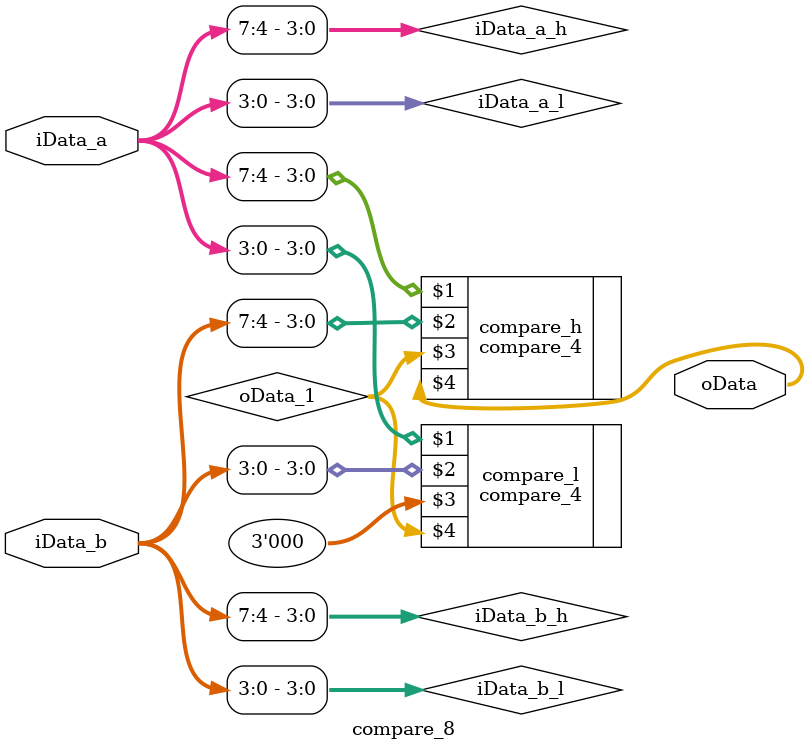
<source format=v>
`timescale 1ns / 1ps
`include "compare_4.v"


module compare_8(
	input [7:0] iData_a,
	input [7:0] iData_b,
	output [2:0] oData
    );
	 
	 wire [3:0] iData_a_l;
	 wire [3:0] iData_a_h;
	 wire [3:0] iData_b_l;
	 wire [3:0] iData_b_h;
	 wire [2:0] oData_1;
	 
	 assign iData_a_l=iData_a[3:0];
	 assign iData_a_h=iData_a[7:4];
	 assign iData_b_l=iData_b[3:0];
	 assign iData_b_h=iData_b[7:4];
	 
	compare_4 compare_l(iData_a_l,iData_b_l,3'b000,oData_1);
	compare_4 compare_h(iData_a_h,iData_b_h,oData_1,oData);

endmodule

</source>
